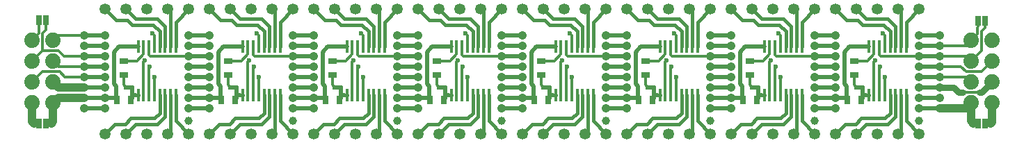
<source format=gtl>
G75*
G70*
%OFA0B0*%
%FSLAX24Y24*%
%IPPOS*%
%LPD*%
%AMOC8*
5,1,8,0,0,1.08239X$1,22.5*
%
%ADD10C,0.0413*%
%ADD11R,0.0250X0.0500*%
%ADD12C,0.0740*%
%ADD13R,0.0157X0.0630*%
%ADD14C,0.0531*%
%ADD15R,0.0394X0.0315*%
%ADD16R,0.0315X0.0394*%
%ADD17C,0.0394*%
%ADD18C,0.0197*%
%ADD19C,0.0394*%
%ADD20C,0.0118*%
%ADD21C,0.0315*%
%ADD22C,0.0126*%
%ADD23C,0.0157*%
%ADD24C,0.0236*%
D10*
X004443Y004084D03*
X005454Y004084D03*
X005454Y004584D03*
X004443Y004584D03*
X004443Y005084D03*
X005454Y005084D03*
X005454Y005584D03*
X004443Y005584D03*
X004443Y006084D03*
X005454Y006084D03*
X005454Y006584D03*
X004443Y006584D03*
X004443Y007084D03*
X005454Y007084D03*
X005454Y007584D03*
X004443Y007584D03*
X009454Y007584D03*
X010454Y007584D03*
X010454Y007084D03*
X009454Y007084D03*
X009454Y006584D03*
X010454Y006584D03*
X010454Y006084D03*
X009454Y006084D03*
X009454Y005584D03*
X010454Y005584D03*
X010454Y005084D03*
X009454Y005084D03*
X009454Y004584D03*
X010454Y004584D03*
X010454Y004084D03*
X009454Y004084D03*
X014454Y004084D03*
X015454Y004084D03*
X015454Y004584D03*
X014454Y004584D03*
X014454Y005084D03*
X015454Y005084D03*
X015454Y005584D03*
X014454Y005584D03*
X014454Y006084D03*
X015454Y006084D03*
X015454Y006584D03*
X014454Y006584D03*
X014454Y007084D03*
X015454Y007084D03*
X015454Y007584D03*
X014454Y007584D03*
X019454Y007584D03*
X020454Y007584D03*
X020454Y007084D03*
X019454Y007084D03*
X019454Y006584D03*
X020454Y006584D03*
X020454Y006084D03*
X019454Y006084D03*
X019454Y005584D03*
X020454Y005584D03*
X020454Y005084D03*
X019454Y005084D03*
X019454Y004584D03*
X020454Y004584D03*
X020454Y004084D03*
X019454Y004084D03*
X024454Y004084D03*
X025454Y004084D03*
X025454Y004584D03*
X024454Y004584D03*
X024454Y005084D03*
X025454Y005084D03*
X025454Y005584D03*
X024454Y005584D03*
X024454Y006084D03*
X025454Y006084D03*
X025454Y006584D03*
X024454Y006584D03*
X024454Y007084D03*
X025454Y007084D03*
X025454Y007584D03*
X024454Y007584D03*
X029454Y007584D03*
X030454Y007584D03*
X030454Y007084D03*
X029454Y007084D03*
X029454Y006584D03*
X030454Y006584D03*
X030454Y006084D03*
X029454Y006084D03*
X029454Y005584D03*
X030454Y005584D03*
X030454Y005084D03*
X029454Y005084D03*
X029454Y004584D03*
X030454Y004584D03*
X030454Y004084D03*
X029454Y004084D03*
X034454Y004084D03*
X035454Y004084D03*
X035454Y004584D03*
X034454Y004584D03*
X034454Y005084D03*
X035454Y005084D03*
X035454Y005584D03*
X034454Y005584D03*
X034454Y006084D03*
X035454Y006084D03*
X035454Y006584D03*
X034454Y006584D03*
X034454Y007084D03*
X035454Y007084D03*
X035454Y007584D03*
X034454Y007584D03*
X039454Y007584D03*
X040454Y007584D03*
X040454Y007084D03*
X039454Y007084D03*
X039454Y006584D03*
X040454Y006584D03*
X040454Y006084D03*
X039454Y006084D03*
X039454Y005584D03*
X040454Y005584D03*
X040454Y005084D03*
X039454Y005084D03*
X039454Y004584D03*
X040454Y004584D03*
X040454Y004084D03*
X039454Y004084D03*
X044454Y004084D03*
X045443Y004084D03*
X045443Y004584D03*
X044454Y004584D03*
X044454Y005084D03*
X045443Y005084D03*
X045443Y005584D03*
X044454Y005584D03*
X044454Y006084D03*
X045443Y006084D03*
X045443Y006584D03*
X044454Y006584D03*
X044454Y007084D03*
X045443Y007084D03*
X045443Y007584D03*
X044454Y007584D03*
D11*
X047265Y008255D03*
X047620Y008255D03*
X047620Y003353D03*
X047265Y003353D03*
X002620Y003353D03*
X002265Y003353D03*
X002265Y008314D03*
X002620Y008314D03*
D12*
X002943Y007334D03*
X001943Y007334D03*
X001943Y006334D03*
X002943Y006334D03*
X002943Y005334D03*
X001943Y005334D03*
X001943Y004334D03*
X002943Y004334D03*
X046943Y004334D03*
X047943Y004334D03*
X047943Y005334D03*
X046943Y005334D03*
X046943Y006334D03*
X047943Y006334D03*
X047943Y007334D03*
X046943Y007334D03*
D13*
X043822Y007034D03*
X043567Y007034D03*
X043311Y007034D03*
X043055Y007034D03*
X042799Y007034D03*
X042543Y007034D03*
X042287Y007034D03*
X042031Y007034D03*
X038822Y007034D03*
X038567Y007034D03*
X038311Y007034D03*
X038055Y007034D03*
X037799Y007034D03*
X037543Y007034D03*
X037287Y007034D03*
X037031Y007034D03*
X033822Y007034D03*
X033567Y007034D03*
X033311Y007034D03*
X033055Y007034D03*
X032799Y007034D03*
X032543Y007034D03*
X032287Y007034D03*
X032031Y007034D03*
X028822Y007034D03*
X028567Y007034D03*
X028311Y007034D03*
X028055Y007034D03*
X027799Y007034D03*
X027543Y007034D03*
X027287Y007034D03*
X027031Y007034D03*
X023822Y007034D03*
X023567Y007034D03*
X023311Y007034D03*
X023055Y007034D03*
X022799Y007034D03*
X022543Y007034D03*
X022287Y007034D03*
X022031Y007034D03*
X018822Y007034D03*
X018567Y007034D03*
X018311Y007034D03*
X018055Y007034D03*
X017799Y007034D03*
X017543Y007034D03*
X017287Y007034D03*
X017031Y007034D03*
X013822Y007034D03*
X013567Y007034D03*
X013311Y007034D03*
X013055Y007034D03*
X012799Y007034D03*
X012543Y007034D03*
X012287Y007034D03*
X012031Y007034D03*
X008822Y007034D03*
X008567Y007034D03*
X008311Y007034D03*
X008055Y007034D03*
X007799Y007034D03*
X007543Y007034D03*
X007287Y007034D03*
X007031Y007034D03*
X007031Y004712D03*
X007287Y004712D03*
X007543Y004712D03*
X007799Y004712D03*
X008055Y004712D03*
X008311Y004712D03*
X008567Y004712D03*
X008822Y004712D03*
X012031Y004712D03*
X012287Y004712D03*
X012543Y004712D03*
X012799Y004712D03*
X013055Y004712D03*
X013311Y004712D03*
X013567Y004712D03*
X013822Y004712D03*
X017031Y004712D03*
X017287Y004712D03*
X017543Y004712D03*
X017799Y004712D03*
X018055Y004712D03*
X018311Y004712D03*
X018567Y004712D03*
X018822Y004712D03*
X022031Y004712D03*
X022287Y004712D03*
X022543Y004712D03*
X022799Y004712D03*
X023055Y004712D03*
X023311Y004712D03*
X023567Y004712D03*
X023822Y004712D03*
X027031Y004712D03*
X027287Y004712D03*
X027543Y004712D03*
X027799Y004712D03*
X028055Y004712D03*
X028311Y004712D03*
X028567Y004712D03*
X028822Y004712D03*
X032031Y004712D03*
X032287Y004712D03*
X032543Y004712D03*
X032799Y004712D03*
X033055Y004712D03*
X033311Y004712D03*
X033567Y004712D03*
X033822Y004712D03*
X037031Y004712D03*
X037287Y004712D03*
X037543Y004712D03*
X037799Y004712D03*
X038055Y004712D03*
X038311Y004712D03*
X038567Y004712D03*
X038822Y004712D03*
X042031Y004712D03*
X042287Y004712D03*
X042543Y004712D03*
X042799Y004712D03*
X043055Y004712D03*
X043311Y004712D03*
X043567Y004712D03*
X043822Y004712D03*
D14*
X005454Y002834D03*
X006454Y002834D03*
X007454Y002834D03*
X008454Y002834D03*
X009454Y002834D03*
X010454Y002834D03*
X011454Y002834D03*
X012454Y002834D03*
X013454Y002834D03*
X014454Y002834D03*
X015454Y002834D03*
X016454Y002834D03*
X017454Y002834D03*
X018454Y002834D03*
X019454Y002834D03*
X020454Y002834D03*
X021454Y002834D03*
X022454Y002834D03*
X023454Y002834D03*
X024454Y002834D03*
X025454Y002834D03*
X026454Y002834D03*
X027454Y002834D03*
X028454Y002834D03*
X029454Y002834D03*
X030454Y002834D03*
X031454Y002834D03*
X032454Y002834D03*
X033454Y002834D03*
X034454Y002834D03*
X035454Y002834D03*
X036454Y002834D03*
X037454Y002834D03*
X038454Y002834D03*
X039454Y002834D03*
X040454Y002834D03*
X041454Y002834D03*
X042454Y002834D03*
X043454Y002834D03*
X044454Y002834D03*
X044454Y008834D03*
X043454Y008834D03*
X042454Y008834D03*
X041454Y008834D03*
X040454Y008834D03*
X039454Y008834D03*
X038454Y008834D03*
X037454Y008834D03*
X036454Y008834D03*
X035454Y008834D03*
X034454Y008834D03*
X033454Y008834D03*
X032454Y008834D03*
X031454Y008834D03*
X030454Y008834D03*
X029454Y008834D03*
X028454Y008834D03*
X027454Y008834D03*
X026454Y008834D03*
X025454Y008834D03*
X024454Y008834D03*
X023454Y008834D03*
X022454Y008834D03*
X021454Y008834D03*
X020454Y008834D03*
X019454Y008834D03*
X018454Y008834D03*
X017454Y008834D03*
X016454Y008834D03*
X015454Y008834D03*
X014454Y008834D03*
X013454Y008834D03*
X012454Y008834D03*
X011454Y008834D03*
X010454Y008834D03*
X009454Y008834D03*
X008454Y008834D03*
X007454Y008834D03*
X006454Y008834D03*
X005454Y008834D03*
D15*
X006324Y006351D03*
X006324Y005682D03*
X011324Y005682D03*
X011324Y006351D03*
X016324Y006351D03*
X016324Y005682D03*
X021324Y005682D03*
X021324Y006351D03*
X026324Y006351D03*
X026324Y005682D03*
X031324Y005682D03*
X031324Y006351D03*
X036324Y006351D03*
X036324Y005682D03*
X041324Y005682D03*
X041324Y006351D03*
D16*
X040998Y004475D03*
X041667Y004475D03*
X036667Y004475D03*
X035998Y004475D03*
X031667Y004475D03*
X030998Y004475D03*
X026667Y004475D03*
X025998Y004475D03*
X021667Y004475D03*
X020998Y004475D03*
X016667Y004475D03*
X015998Y004475D03*
X011667Y004475D03*
X010998Y004475D03*
X006667Y004475D03*
X005998Y004475D03*
D17*
X009454Y003459D03*
X014454Y003459D03*
X019454Y003459D03*
X024454Y003459D03*
X029454Y003459D03*
X034454Y003459D03*
X039454Y003459D03*
X044454Y003459D03*
D18*
X047053Y003353D02*
X047265Y003353D01*
X047620Y003353D02*
X047880Y003353D01*
X045454Y004084D02*
X044454Y004084D01*
X044454Y004584D02*
X045454Y004584D01*
X045454Y005084D02*
X044454Y005084D01*
X044454Y005584D02*
X045454Y005584D01*
X045454Y006084D02*
X044454Y006084D01*
X044454Y006584D02*
X045454Y006584D01*
X045454Y007084D02*
X044454Y007084D01*
X044454Y007584D02*
X045454Y007584D01*
X042031Y007034D02*
X041116Y007034D01*
X040860Y006779D01*
X040860Y005243D01*
X040978Y005125D01*
X040978Y004495D01*
X040889Y004584D02*
X040454Y004584D01*
X039454Y004584D01*
X039454Y005084D02*
X040454Y005084D01*
X041450Y005084D02*
X041746Y005084D01*
X041746Y004712D01*
X041903Y004712D01*
X041746Y004712D02*
X041746Y004554D01*
X041667Y004475D01*
X040454Y004084D02*
X039454Y004084D01*
X036903Y004712D02*
X036746Y004712D01*
X036746Y005084D01*
X036450Y005084D01*
X035978Y005125D02*
X035978Y004495D01*
X035889Y004584D02*
X035454Y004584D01*
X034454Y004584D01*
X034454Y005084D02*
X035454Y005084D01*
X035860Y005243D02*
X035978Y005125D01*
X035860Y005243D02*
X035860Y006779D01*
X036116Y007034D01*
X037031Y007034D01*
X035454Y007084D02*
X034454Y007084D01*
X034454Y007584D02*
X035454Y007584D01*
X032031Y007034D02*
X031116Y007034D01*
X030860Y006779D01*
X030860Y005243D01*
X030978Y005125D01*
X030978Y004495D01*
X030889Y004584D02*
X030454Y004584D01*
X029454Y004584D01*
X029454Y005084D02*
X030454Y005084D01*
X031450Y005084D02*
X031746Y005084D01*
X031746Y004712D01*
X031903Y004712D01*
X031746Y004712D02*
X031746Y004554D01*
X031667Y004475D01*
X030454Y004084D02*
X029454Y004084D01*
X026903Y004712D02*
X026746Y004712D01*
X026746Y005084D01*
X026450Y005084D01*
X025978Y005125D02*
X025978Y004495D01*
X025889Y004584D02*
X025454Y004584D01*
X024454Y004584D01*
X024454Y005084D02*
X025454Y005084D01*
X025860Y005243D02*
X025978Y005125D01*
X025860Y005243D02*
X025860Y006779D01*
X026116Y007034D01*
X027031Y007034D01*
X025454Y007084D02*
X024454Y007084D01*
X024454Y007584D02*
X025454Y007584D01*
X022031Y007034D02*
X021116Y007034D01*
X020860Y006779D01*
X020860Y005243D01*
X020978Y005125D01*
X020978Y004495D01*
X020889Y004584D02*
X020454Y004584D01*
X019454Y004584D01*
X019454Y005084D02*
X020454Y005084D01*
X021450Y005084D02*
X021746Y005084D01*
X021746Y004712D01*
X021903Y004712D01*
X021746Y004712D02*
X021746Y004554D01*
X021667Y004475D01*
X020454Y004084D02*
X019454Y004084D01*
X016903Y004712D02*
X016746Y004712D01*
X016746Y005084D01*
X016450Y005084D01*
X015978Y005125D02*
X015978Y004495D01*
X015889Y004584D02*
X015454Y004584D01*
X014454Y004584D01*
X014454Y005084D02*
X015454Y005084D01*
X015860Y005243D02*
X015978Y005125D01*
X015860Y005243D02*
X015860Y006779D01*
X016116Y007034D01*
X017031Y007034D01*
X015454Y007084D02*
X014454Y007084D01*
X014454Y007584D02*
X015454Y007584D01*
X012031Y007034D02*
X011116Y007034D01*
X010860Y006779D01*
X010860Y005243D01*
X010978Y005125D01*
X010978Y004495D01*
X010889Y004584D02*
X010454Y004584D01*
X009454Y004584D01*
X009454Y005084D02*
X010454Y005084D01*
X011450Y005084D02*
X011746Y005084D01*
X011746Y004712D01*
X011903Y004712D01*
X011746Y004712D02*
X011746Y004554D01*
X011667Y004475D01*
X010454Y004084D02*
X009454Y004084D01*
X006903Y004712D02*
X006746Y004712D01*
X006746Y005084D01*
X006450Y005084D01*
X005978Y005125D02*
X005860Y005243D01*
X005860Y006779D01*
X006116Y007034D01*
X007031Y007034D01*
X005443Y007084D02*
X004443Y007084D01*
X004443Y007584D02*
X005443Y007584D01*
X009454Y007584D02*
X010454Y007584D01*
X010454Y007084D02*
X009454Y007084D01*
X009454Y006584D02*
X010454Y006584D01*
X010454Y006084D02*
X009454Y006084D01*
X009454Y005584D02*
X010454Y005584D01*
X006746Y004712D02*
X006746Y004554D01*
X006667Y004475D01*
X005978Y004495D02*
X005978Y005125D01*
X005443Y005084D02*
X004443Y005084D01*
X004443Y005584D02*
X005443Y005584D01*
X005443Y006084D02*
X004443Y006084D01*
X004443Y006584D02*
X005443Y006584D01*
X005443Y004584D02*
X004443Y004584D01*
X005454Y004584D02*
X005889Y004584D01*
X005443Y004084D02*
X004443Y004084D01*
X002856Y003353D02*
X002620Y003353D01*
X002265Y003353D02*
X002029Y003353D01*
X014454Y004084D02*
X015454Y004084D01*
X016667Y004475D02*
X016746Y004554D01*
X016746Y004712D01*
X015454Y005584D02*
X014454Y005584D01*
X014454Y006084D02*
X015454Y006084D01*
X015454Y006584D02*
X014454Y006584D01*
X019454Y006584D02*
X020454Y006584D01*
X020454Y007084D02*
X019454Y007084D01*
X019454Y007584D02*
X020454Y007584D01*
X024454Y006584D02*
X025454Y006584D01*
X025454Y006084D02*
X024454Y006084D01*
X024454Y005584D02*
X025454Y005584D01*
X026746Y004712D02*
X026746Y004554D01*
X026667Y004475D01*
X025454Y004084D02*
X024454Y004084D01*
X020454Y005584D02*
X019454Y005584D01*
X019454Y006084D02*
X020454Y006084D01*
X029454Y006084D02*
X030454Y006084D01*
X030454Y006584D02*
X029454Y006584D01*
X029454Y007084D02*
X030454Y007084D01*
X030454Y007584D02*
X029454Y007584D01*
X034454Y006584D02*
X035454Y006584D01*
X035454Y006084D02*
X034454Y006084D01*
X034454Y005584D02*
X035454Y005584D01*
X036746Y004712D02*
X036746Y004554D01*
X036667Y004475D01*
X035454Y004084D02*
X034454Y004084D01*
X030454Y005584D02*
X029454Y005584D01*
X039454Y005584D02*
X040454Y005584D01*
X040454Y006084D02*
X039454Y006084D01*
X039454Y006584D02*
X040454Y006584D01*
X040454Y007084D02*
X039454Y007084D01*
X039454Y007584D02*
X040454Y007584D01*
D19*
X046693Y004084D02*
X046943Y004334D01*
X046943Y003464D01*
X047053Y003353D01*
X047880Y003353D02*
X047943Y003416D01*
X047943Y004334D01*
X046693Y004084D02*
X045443Y004084D01*
X004443Y004584D02*
X003193Y004584D01*
X002943Y004334D01*
X002943Y003440D01*
X002856Y003353D01*
X002029Y003353D02*
X001943Y003440D01*
X001943Y003767D01*
X001943Y004334D01*
X002943Y005334D02*
X003193Y005084D01*
X004443Y005084D01*
D20*
X004443Y005584D02*
X003519Y005584D01*
X003269Y005834D01*
X002443Y005834D01*
X001943Y005334D01*
X002943Y006334D02*
X003193Y006084D01*
X004443Y006084D01*
X004443Y006584D02*
X003464Y006584D01*
X003210Y006838D01*
X002446Y006838D01*
X002446Y007668D01*
X002620Y007842D01*
X002620Y008314D01*
X002265Y008314D02*
X002265Y007656D01*
X001943Y007334D01*
X002943Y007334D02*
X003193Y007584D01*
X004443Y007584D01*
X007287Y007034D02*
X007287Y006670D01*
X006968Y006351D01*
X006324Y006351D01*
X007277Y006306D02*
X007336Y006365D01*
X007277Y006306D02*
X007277Y004721D01*
X007287Y004712D01*
X007543Y004712D02*
X007543Y006054D01*
X007572Y006084D01*
X007590Y006584D02*
X007543Y006631D01*
X007543Y007034D01*
X007799Y007034D02*
X007799Y007556D01*
X007691Y007664D01*
X007590Y006584D02*
X009454Y006584D01*
X011324Y006351D02*
X011968Y006351D01*
X012287Y006670D01*
X012287Y007034D01*
X012543Y007034D02*
X012543Y006631D01*
X012590Y006584D01*
X014454Y006584D01*
X012799Y007034D02*
X012799Y007556D01*
X012691Y007664D01*
X016968Y006351D02*
X017287Y006670D01*
X017287Y007034D01*
X017543Y007034D02*
X017543Y006631D01*
X017590Y006584D01*
X019454Y006584D01*
X017799Y007034D02*
X017799Y007556D01*
X017691Y007664D01*
X021968Y006351D02*
X022287Y006670D01*
X022287Y007034D01*
X022543Y007034D02*
X022543Y006631D01*
X022590Y006584D01*
X024454Y006584D01*
X026324Y006351D02*
X026968Y006351D01*
X027287Y006670D01*
X027287Y007034D01*
X027543Y007034D02*
X027543Y006631D01*
X027590Y006584D01*
X029454Y006584D01*
X031324Y006351D02*
X031968Y006351D01*
X032287Y006670D01*
X032287Y007034D01*
X032543Y007034D02*
X032543Y006631D01*
X032590Y006584D01*
X034454Y006584D01*
X036324Y006351D02*
X036968Y006351D01*
X037287Y006670D01*
X037287Y007034D01*
X037543Y007034D02*
X037543Y006631D01*
X037590Y006584D01*
X039454Y006584D01*
X041324Y006351D02*
X041968Y006351D01*
X042287Y006670D01*
X042287Y007034D01*
X042543Y007034D02*
X042543Y006631D01*
X042590Y006584D01*
X044454Y006584D01*
X045443Y006584D02*
X046693Y006584D01*
X046943Y006334D01*
X047446Y006838D01*
X047446Y007763D01*
X047620Y007936D01*
X047620Y008255D01*
X047265Y008255D02*
X047254Y007645D01*
X046943Y007334D01*
X046693Y007084D01*
X045443Y007084D01*
X047443Y005834D02*
X047943Y006334D01*
X046698Y005834D02*
X046448Y006084D01*
X045443Y006084D01*
X046698Y005834D02*
X047443Y005834D01*
X046943Y005334D02*
X046693Y005584D01*
X045443Y005584D01*
X042809Y005584D02*
X042799Y005574D01*
X042799Y004712D01*
X042543Y004712D02*
X042543Y006054D01*
X042572Y006084D01*
X042336Y006365D02*
X042277Y006306D01*
X042277Y004721D01*
X042287Y004712D01*
X041450Y005084D02*
X041324Y005210D01*
X041324Y005682D01*
X037809Y005584D02*
X037799Y005574D01*
X037799Y004712D01*
X037543Y004712D02*
X037543Y006054D01*
X037572Y006084D01*
X037336Y006365D02*
X037277Y006306D01*
X037277Y004721D01*
X037287Y004712D01*
X036450Y005084D02*
X036324Y005210D01*
X036324Y005682D01*
X032809Y005584D02*
X032799Y005574D01*
X032799Y004712D01*
X032543Y004712D02*
X032543Y006054D01*
X032572Y006084D01*
X032336Y006365D02*
X032277Y006306D01*
X032277Y004721D01*
X032287Y004712D01*
X031450Y005084D02*
X031324Y005210D01*
X031324Y005682D01*
X027809Y005584D02*
X027799Y005574D01*
X027799Y004712D01*
X027543Y004712D02*
X027543Y006054D01*
X027572Y006084D01*
X027336Y006365D02*
X027277Y006306D01*
X027277Y004721D01*
X027287Y004712D01*
X026450Y005084D02*
X026324Y005210D01*
X026324Y005682D01*
X022809Y005584D02*
X022799Y005574D01*
X022799Y004712D01*
X022543Y004712D02*
X022543Y006054D01*
X022572Y006084D01*
X022336Y006365D02*
X022277Y006306D01*
X022277Y004721D01*
X022287Y004712D01*
X021450Y005084D02*
X021324Y005210D01*
X021324Y005682D01*
X021324Y006351D02*
X021968Y006351D01*
X022799Y007034D02*
X022799Y007556D01*
X022691Y007664D01*
X027691Y007664D02*
X027799Y007556D01*
X027799Y007034D01*
X032691Y007664D02*
X032799Y007556D01*
X032799Y007034D01*
X037691Y007664D02*
X037799Y007556D01*
X037799Y007034D01*
X042691Y007664D02*
X042799Y007556D01*
X042799Y007034D01*
X017809Y005584D02*
X017799Y005574D01*
X017799Y004712D01*
X017543Y004712D02*
X017543Y006054D01*
X017572Y006084D01*
X017336Y006365D02*
X017277Y006306D01*
X017277Y004721D01*
X017287Y004712D01*
X016450Y005084D02*
X016324Y005210D01*
X016324Y005682D01*
X016324Y006351D02*
X016968Y006351D01*
X012809Y005584D02*
X012799Y005574D01*
X012799Y004712D01*
X012543Y004712D02*
X012543Y006054D01*
X012572Y006084D01*
X012336Y006365D02*
X012277Y006306D01*
X012277Y004721D01*
X012287Y004712D01*
X011450Y005084D02*
X011324Y005210D01*
X011324Y005682D01*
X007809Y005584D02*
X007799Y005574D01*
X007799Y004712D01*
X006450Y005084D02*
X006324Y005210D01*
X006324Y005682D01*
X002446Y006838D02*
X001943Y006334D01*
X002943Y004389D02*
X002943Y004334D01*
X001943Y003767D02*
X001923Y003786D01*
D21*
X045443Y005084D02*
X046090Y005084D01*
X046344Y004830D01*
X046521Y004830D01*
X047348Y004830D02*
X047439Y004830D01*
X047943Y005334D01*
D22*
X047348Y004830D02*
X046521Y004830D01*
D23*
X043822Y004712D02*
X043822Y003466D01*
X044454Y002834D01*
X043567Y002946D02*
X043454Y002834D01*
X043567Y002946D02*
X043567Y004712D01*
X043311Y004712D02*
X043311Y003678D01*
X042927Y003294D01*
X041915Y003294D01*
X041454Y002834D01*
X040915Y003294D02*
X040454Y002834D01*
X039454Y002834D02*
X038822Y003466D01*
X038822Y004712D01*
X038567Y004712D02*
X038567Y002946D01*
X038454Y002834D01*
X037927Y003294D02*
X036915Y003294D01*
X036454Y002834D01*
X035915Y003294D02*
X035454Y002834D01*
X034454Y002834D02*
X033822Y003466D01*
X033822Y004712D01*
X033567Y004712D02*
X033567Y002946D01*
X033454Y002834D01*
X032927Y003294D02*
X031915Y003294D01*
X031454Y002834D01*
X030915Y003294D02*
X030454Y002834D01*
X029454Y002834D02*
X028822Y003466D01*
X028822Y004712D01*
X028567Y004712D02*
X028567Y002946D01*
X028454Y002834D01*
X027927Y003294D02*
X026915Y003294D01*
X026454Y002834D01*
X025915Y003294D02*
X025454Y002834D01*
X024454Y002834D02*
X023822Y003466D01*
X023822Y004712D01*
X023567Y004712D02*
X023567Y002946D01*
X023454Y002834D01*
X022927Y003294D02*
X021915Y003294D01*
X021454Y002834D01*
X020915Y003294D02*
X020454Y002834D01*
X019454Y002834D02*
X018822Y003466D01*
X018822Y004712D01*
X018567Y004712D02*
X018567Y002946D01*
X018454Y002834D01*
X017927Y003294D02*
X016915Y003294D01*
X016454Y002834D01*
X015915Y003294D02*
X015454Y002834D01*
X014454Y002834D02*
X013822Y003466D01*
X013822Y004712D01*
X013567Y004712D02*
X013567Y002946D01*
X013454Y002834D01*
X012927Y003294D02*
X011915Y003294D01*
X011454Y002834D01*
X010915Y003294D02*
X010454Y002834D01*
X009454Y002834D02*
X008822Y003466D01*
X008822Y004712D01*
X008567Y004712D02*
X008567Y002946D01*
X008454Y002834D01*
X007927Y003294D02*
X006915Y003294D01*
X006454Y002834D01*
X005915Y003294D02*
X005454Y002834D01*
X005915Y003294D02*
X006391Y003294D01*
X006687Y003590D01*
X007809Y003590D01*
X008055Y003836D01*
X008055Y004712D01*
X008311Y004712D02*
X008311Y003678D01*
X007927Y003294D01*
X010915Y003294D02*
X011391Y003294D01*
X011687Y003590D01*
X012809Y003590D01*
X013055Y003836D01*
X013055Y004712D01*
X013311Y004712D02*
X013311Y003678D01*
X012927Y003294D01*
X015915Y003294D02*
X016391Y003294D01*
X016687Y003590D01*
X017809Y003590D01*
X018055Y003836D01*
X018055Y004712D01*
X018311Y004712D02*
X018311Y003678D01*
X017927Y003294D01*
X020915Y003294D02*
X021391Y003294D01*
X021687Y003590D01*
X022809Y003590D01*
X023055Y003836D01*
X023055Y004712D01*
X023311Y004712D02*
X023311Y003678D01*
X022927Y003294D01*
X025915Y003294D02*
X026391Y003294D01*
X026687Y003590D01*
X027809Y003590D01*
X028055Y003836D01*
X028055Y004712D01*
X028311Y004712D02*
X028311Y003678D01*
X027927Y003294D01*
X030915Y003294D02*
X031391Y003294D01*
X031687Y003590D01*
X032809Y003590D01*
X033055Y003836D01*
X033055Y004712D01*
X033311Y004712D02*
X033311Y003678D01*
X032927Y003294D01*
X035915Y003294D02*
X036391Y003294D01*
X036687Y003590D01*
X037809Y003590D01*
X038055Y003836D01*
X038055Y004712D01*
X038311Y004712D02*
X038311Y003678D01*
X037927Y003294D01*
X040915Y003294D02*
X041391Y003294D01*
X041687Y003590D01*
X042809Y003590D01*
X043055Y003836D01*
X043055Y004712D01*
X042031Y004712D02*
X041903Y004712D01*
X040998Y004613D02*
X040998Y004475D01*
X040978Y004495D01*
X040998Y004475D02*
X040889Y004584D01*
X037031Y004712D02*
X036903Y004712D01*
X035998Y004613D02*
X035998Y004475D01*
X035978Y004495D01*
X035998Y004475D02*
X035889Y004584D01*
X032031Y004712D02*
X031903Y004712D01*
X030998Y004613D02*
X030998Y004475D01*
X030978Y004495D01*
X030998Y004475D02*
X030889Y004584D01*
X027031Y004712D02*
X026903Y004712D01*
X025998Y004613D02*
X025998Y004475D01*
X025978Y004495D01*
X025998Y004475D02*
X025889Y004584D01*
X022031Y004712D02*
X021903Y004712D01*
X020998Y004613D02*
X020998Y004475D01*
X020978Y004495D01*
X020998Y004475D02*
X020889Y004584D01*
X017031Y004712D02*
X016903Y004712D01*
X015998Y004613D02*
X015998Y004475D01*
X015978Y004495D01*
X015998Y004475D02*
X015889Y004584D01*
X012031Y004712D02*
X011903Y004712D01*
X010998Y004613D02*
X010998Y004475D01*
X010978Y004495D01*
X010998Y004475D02*
X010889Y004584D01*
X007031Y004712D02*
X006903Y004712D01*
X005998Y004613D02*
X005998Y004475D01*
X005978Y004495D01*
X005998Y004475D02*
X005889Y004584D01*
X008055Y007034D02*
X008055Y007773D01*
X007750Y008078D01*
X006746Y008078D01*
X006509Y008314D01*
X005974Y008314D01*
X005454Y008834D01*
X006454Y008834D02*
X006915Y008373D01*
X007927Y008373D01*
X008311Y007989D01*
X008311Y007034D01*
X008567Y007034D02*
X008567Y008721D01*
X008454Y008834D01*
X008822Y008202D02*
X009454Y008834D01*
X010454Y008834D02*
X010974Y008314D01*
X011509Y008314D01*
X011746Y008078D01*
X012750Y008078D01*
X013055Y007773D01*
X013055Y007034D01*
X013311Y007034D02*
X013311Y007989D01*
X012927Y008373D01*
X011915Y008373D01*
X011454Y008834D01*
X013454Y008834D02*
X013567Y008721D01*
X013567Y007034D01*
X013822Y007034D02*
X013822Y008202D01*
X014454Y008834D01*
X015454Y008834D02*
X015974Y008314D01*
X016509Y008314D01*
X016746Y008078D01*
X017750Y008078D01*
X018055Y007773D01*
X018055Y007034D01*
X018311Y007034D02*
X018311Y007989D01*
X017927Y008373D01*
X016915Y008373D01*
X016454Y008834D01*
X018454Y008834D02*
X018567Y008721D01*
X018567Y007034D01*
X018822Y007034D02*
X018822Y008202D01*
X019454Y008834D01*
X020454Y008834D02*
X020974Y008314D01*
X021509Y008314D01*
X021746Y008078D01*
X022750Y008078D01*
X023055Y007773D01*
X023055Y007034D01*
X023311Y007034D02*
X023311Y007989D01*
X022927Y008373D01*
X021915Y008373D01*
X021454Y008834D01*
X023454Y008834D02*
X023567Y008721D01*
X023567Y007034D01*
X023822Y007034D02*
X023822Y008202D01*
X024454Y008834D01*
X025454Y008834D02*
X025974Y008314D01*
X026509Y008314D01*
X026746Y008078D01*
X027750Y008078D01*
X028055Y007773D01*
X028055Y007034D01*
X028311Y007034D02*
X028311Y007989D01*
X027927Y008373D01*
X026915Y008373D01*
X026454Y008834D01*
X028454Y008834D02*
X028567Y008721D01*
X028567Y007034D01*
X028822Y007034D02*
X028822Y008202D01*
X029454Y008834D01*
X030454Y008834D02*
X030974Y008314D01*
X031509Y008314D01*
X031746Y008078D01*
X032750Y008078D01*
X033055Y007773D01*
X033055Y007034D01*
X033311Y007034D02*
X033311Y007989D01*
X032927Y008373D01*
X031915Y008373D01*
X031454Y008834D01*
X033454Y008834D02*
X033567Y008721D01*
X033567Y007034D01*
X033822Y007034D02*
X033822Y008202D01*
X034454Y008834D01*
X035454Y008834D02*
X035974Y008314D01*
X036509Y008314D01*
X036746Y008078D01*
X037750Y008078D01*
X038055Y007773D01*
X038055Y007034D01*
X038311Y007034D02*
X038311Y007989D01*
X037927Y008373D01*
X036915Y008373D01*
X036454Y008834D01*
X038454Y008834D02*
X038567Y008721D01*
X038567Y007034D01*
X038822Y007034D02*
X038822Y008202D01*
X039454Y008834D01*
X040454Y008834D02*
X040974Y008314D01*
X041509Y008314D01*
X041746Y008078D01*
X042750Y008078D01*
X043055Y007773D01*
X043055Y007034D01*
X043311Y007034D02*
X043311Y007989D01*
X042927Y008373D01*
X041915Y008373D01*
X041454Y008834D01*
X043454Y008834D02*
X043567Y008721D01*
X043567Y007034D01*
X043822Y007034D02*
X043822Y008202D01*
X044454Y008834D01*
X008822Y008202D02*
X008822Y007034D01*
D24*
X007691Y007664D03*
X012691Y007664D03*
X017691Y007664D03*
X022691Y007664D03*
X027691Y007664D03*
X032691Y007664D03*
X037691Y007664D03*
X042691Y007664D03*
X042336Y006365D03*
X042572Y006084D03*
X042809Y005584D03*
X041746Y005084D03*
X041450Y005084D03*
X037809Y005584D03*
X036746Y005084D03*
X036450Y005084D03*
X032809Y005584D03*
X031746Y005084D03*
X031450Y005084D03*
X027809Y005584D03*
X026746Y005084D03*
X026450Y005084D03*
X022809Y005584D03*
X021746Y005084D03*
X021450Y005084D03*
X017809Y005584D03*
X016746Y005084D03*
X016450Y005084D03*
X012809Y005584D03*
X011746Y005084D03*
X011450Y005084D03*
X007809Y005584D03*
X006746Y005084D03*
X006450Y005084D03*
X007572Y006084D03*
X007336Y006365D03*
X012336Y006365D03*
X012572Y006084D03*
X017336Y006365D03*
X017572Y006084D03*
X022336Y006365D03*
X022572Y006084D03*
X027336Y006365D03*
X027572Y006084D03*
X032336Y006365D03*
X032572Y006084D03*
X037336Y006365D03*
X037572Y006084D03*
M02*

</source>
